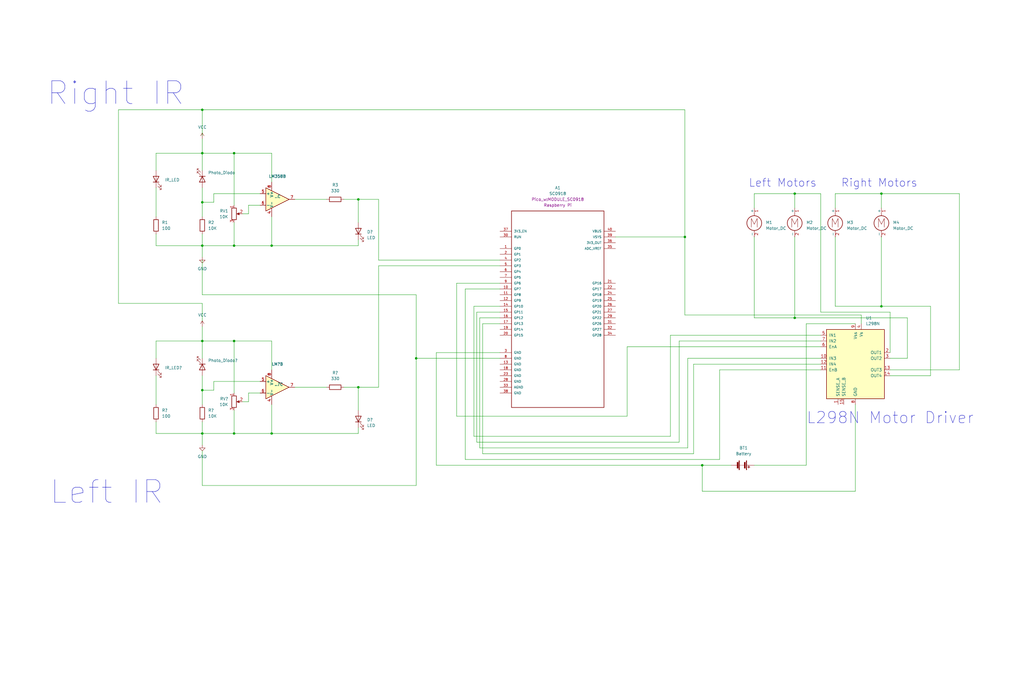
<source format=kicad_sch>
(kicad_sch (version 20211123) (generator eeschema)
  (paper "User" 450.012 297.002)
  (lib_symbols
    (symbol "Amplifier_Operational:LM358" (pin_names (offset 0.127))
      (property "Reference" "U" (at 0 5.08 0))
      (property "Value" "LM358" (at 0 -5.08 0))
      (symbol "LM358_1_1"
        (polyline (pts (xy -5.08 5.08) (xy 5.08 0) (xy -5.08 -5.08) (xy -5.08 5.08)) (stroke (width 0.254)) (fill (type background)))
        (pin output line (at 7.62 0 180) (length 2.54) (name "~") (number "1"))
        (pin input line (at -7.62 -2.54 0) (length 2.54) (name "-") (number "2"))
        (pin input line (at -7.62 2.54 0) (length 2.54) (name "+") (number "3"))
      )
      (symbol "LM358_2_1"
        (polyline (pts (xy -5.08 5.08) (xy 5.08 0) (xy -5.08 -5.08) (xy -5.08 5.08)) (stroke (width 0.254)) (fill (type background)))
        (pin input line (at -7.62 2.54 0) (length 2.54) (name "+") (number "5"))
        (pin input line (at -7.62 -2.54 0) (length 2.54) (name "-") (number "6"))
        (pin output line (at 7.62 0 180) (length 2.54) (name "~") (number "7"))
      )
      (symbol "LM358_3_1"
        (pin power_in line (at -2.54 -7.62 90) (length 3.81) (name "V-") (number "4"))
        (pin power_in line (at -2.54 7.62 270) (length 3.81) (name "V+") (number "8"))
      )
    )
    (symbol "Device:Battery" (pin_numbers hide) (pin_names (offset 0) hide)
      (property "Reference" "BT" (at 2.54 2.54 0))
      (property "Value" "Battery" (at 2.54 0 0))
      (symbol "Battery_0_1"
        (rectangle (start -2.032 -1.397) (end 2.032 -1.651) (fill (type outline)))
        (rectangle (start -2.032 1.778) (end 2.032 1.524) (fill (type outline)))
        (rectangle (start -1.3208 -1.9812) (end 1.27 -2.4892) (fill (type outline)))
        (rectangle (start -1.3208 1.1938) (end 1.27 0.6858) (fill (type outline)))
        (polyline (pts (xy 0 -1.524) (xy 0 -1.27)))
        (polyline (pts (xy 0 -1.016) (xy 0 -0.762)))
        (polyline (pts (xy 0 -0.508) (xy 0 -0.254)))
        (polyline (pts (xy 0 0) (xy 0 0.254)))
        (polyline (pts (xy 0 0.508) (xy 0 0.762)))
        (polyline (pts (xy 0 1.778) (xy 0 2.54)))
        (polyline (pts (xy 0.254 2.667) (xy 1.27 2.667)) (stroke (width 0.254)))
        (polyline (pts (xy 0.762 3.175) (xy 0.762 2.159)) (stroke (width 0.254)))
      )
      (symbol "Battery_1_1"
        (pin passive line (at 0 5.08 270) (length 2.54) (name "+") (number "1"))
        (pin passive line (at 0 -5.08 90) (length 2.54) (name "-") (number "2"))
      )
    )
    (symbol "Device:LED" (pin_numbers hide) (pin_names (offset 1.016) hide)
      (property "Reference" "D" (at 0 2.54 0))
      (property "Value" "LED" (at 0 -2.54 0))
      (symbol "LED_0_1"
        (polyline (pts (xy -1.27 -1.27) (xy -1.27 1.27)) (stroke (width 0.254)))
        (polyline (pts (xy -1.27 0) (xy 1.27 0)))
        (polyline (pts (xy 1.27 -1.27) (xy 1.27 1.27) (xy -1.27 0) (xy 1.27 -1.27)) (stroke (width 0.254)))
        (polyline (pts (xy -3.048 -0.762) (xy -4.572 -2.286) (xy -3.81 -2.286) (xy -4.572 -2.286) (xy -4.572 -1.524)))
        (polyline (pts (xy -1.778 -0.762) (xy -3.302 -2.286) (xy -2.54 -2.286) (xy -3.302 -2.286) (xy -3.302 -1.524)))
      )
      (symbol "LED_1_1"
        (pin passive line (at -3.81 0 0) (length 2.54) (name "K") (number "1"))
        (pin passive line (at 3.81 0 180) (length 2.54) (name "A") (number "2"))
      )
    )
    (symbol "Device:R" (pin_numbers hide) (pin_names (offset 0))
      (property "Reference" "R" (at 2.032 0 90))
      (property "Value" "R" (at 0 0 90))
      (symbol "R_0_1"
        (rectangle (start -1.016 -2.54) (end 1.016 2.54) (stroke (width 0.254)))
      )
      (symbol "R_1_1"
        (pin passive line (at 0 3.81 270) (length 1.27) (name "~") (number "1"))
        (pin passive line (at 0 -3.81 90) (length 1.27) (name "~") (number "2"))
      )
    )
    (symbol "Device:R_Potentiometer" (pin_names (offset 1.016) hide)
      (property "Reference" "RV" (at -4.445 0 90))
      (property "Value" "R_Potentiometer" (at -2.54 0 90))
      (symbol "R_Potentiometer_0_1"
        (polyline (pts (xy 2.54 0) (xy 1.524 0)))
        (polyline (pts (xy 1.143 0) (xy 2.286 0.508) (xy 2.286 -0.508) (xy 1.143 0)) (fill (type outline)))
        (rectangle (start 1.016 2.54) (end -1.016 -2.54) (stroke (width 0.254)))
      )
      (symbol "R_Potentiometer_1_1"
        (pin passive line (at 0 3.81 270) (length 1.27) (name "1") (number "1"))
        (pin passive line (at 3.81 0 180) (length 1.27) (name "2") (number "2"))
        (pin passive line (at 0 -3.81 90) (length 1.27) (name "3") (number "3"))
      )
    )
    (symbol "Driver_Motor:L298HN" (pin_names (offset 1.016))
      (property "Reference" "U" (at -10.16 16.51 0))
      (property "Value" "L298HN" (at 12.7 16.51 0))
      (symbol "L298HN_0_1"
        (rectangle (start -12.7 15.24) (end 12.7 -15.24) (stroke (width 0.254)) (fill (type background)))
      )
      (symbol "L298HN_1_1"
        (pin power_in line (at -7.62 -17.78 90) (length 2.54) (name "SENSE_A") (number "1"))
        (pin input line (at -15.24 2.54 0) (length 2.54) (name "IN3") (number "10"))
        (pin input line (at -15.24 -2.54 0) (length 2.54) (name "EnB") (number "11"))
        (pin input line (at -15.24 0 0) (length 2.54) (name "IN4") (number "12"))
        (pin output line (at 15.24 -2.54 180) (length 2.54) (name "OUT3") (number "13"))
        (pin output line (at 15.24 -5.08 180) (length 2.54) (name "OUT4") (number "14"))
        (pin power_in line (at -5.08 -17.78 90) (length 2.54) (name "SENSE_B") (number "15"))
        (pin output line (at 15.24 5.08 180) (length 2.54) (name "OUT1") (number "2"))
        (pin output line (at 15.24 2.54 180) (length 2.54) (name "OUT2") (number "3"))
        (pin power_in line (at 2.54 17.78 270) (length 2.54) (name "Vs") (number "4"))
        (pin input line (at -15.24 12.7 0) (length 2.54) (name "IN1") (number "5"))
        (pin input line (at -15.24 7.62 0) (length 2.54) (name "EnA") (number "6"))
        (pin input line (at -15.24 10.16 0) (length 2.54) (name "IN2") (number "7"))
        (pin power_in line (at 0 -17.78 90) (length 2.54) (name "GND") (number "8"))
        (pin power_in line (at 0 17.78 270) (length 2.54) (name "Vss") (number "9"))
      )
    )
    (symbol "Motor:Motor_DC" (pin_names (offset 0))
      (property "Reference" "M" (at 2.54 2.54 0))
      (property "Value" "Motor_DC" (at 2.54 -5.08 0))
      (symbol "Motor_DC_0_0"
        (polyline (pts (xy -1.27 -3.302) (xy -1.27 0.508) (xy 0 -2.032) (xy 1.27 0.508) (xy 1.27 -3.302)))
      )
      (symbol "Motor_DC_0_1"
        (circle (center 0 -1.524) (radius 3.2512) (stroke (width 0.254)))
        (polyline (pts (xy 0 -7.62) (xy 0 -7.112)))
        (polyline (pts (xy 0 -4.7752) (xy 0 -5.1816)))
        (polyline (pts (xy 0 1.7272) (xy 0 2.0828)))
        (polyline (pts (xy 0 2.032) (xy 0 2.54)))
      )
      (symbol "Motor_DC_1_1"
        (pin passive line (at 0 5.08 270) (length 2.54) (name "+") (number "1"))
        (pin passive line (at 0 -7.62 90) (length 2.54) (name "-") (number "2"))
      )
    )
    (symbol "Pico_w:SC0918" (pin_names (offset 1.016))
      (property "Reference" "A1" (at 0 58.42 0))
      (property "Value" "SC0918" (at 0 55.88 0))
      (property "Footprint" "Pico_w:MODULE_SC0918" (at -12.7 -46.99 0))
      (property "manufacturer" "Raspberry Pi" (at 0 53.34 0))
      (symbol "SC0918_0_0"
        (rectangle (start -20.32 -43.18) (end 20.32 43.18) (stroke (width 0.254)))
        (pin bidirectional line (at -25.4 26.67 0) (length 5.08) (name "GP0") (number "1"))
        (pin bidirectional line (at -25.4 8.89 0) (length 5.08) (name "GP7") (number "10"))
        (pin bidirectional line (at -25.4 6.35 0) (length 5.08) (name "GP8") (number "11"))
        (pin bidirectional line (at -25.4 3.81 0) (length 5.08) (name "GP9") (number "12"))
        (pin power_in line (at -25.4 -24.13 0) (length 5.08) (name "GND") (number "13"))
        (pin bidirectional line (at -25.4 1.27 0) (length 5.08) (name "GP10") (number "14"))
        (pin bidirectional line (at -25.4 -1.27 0) (length 5.08) (name "GP11") (number "15"))
        (pin bidirectional line (at -25.4 -3.81 0) (length 5.08) (name "GP12") (number "16"))
        (pin bidirectional line (at -25.4 -6.35 0) (length 5.08) (name "GP13") (number "17"))
        (pin power_in line (at -25.4 -26.67 0) (length 5.08) (name "GND") (number "18"))
        (pin bidirectional line (at -25.4 -8.89 0) (length 5.08) (name "GP14") (number "19"))
        (pin bidirectional line (at -25.4 24.13 0) (length 5.08) (name "GP1") (number "2"))
        (pin bidirectional line (at -25.4 -11.43 0) (length 5.08) (name "GP15") (number "20"))
        (pin bidirectional line (at 25.4 11.43 180) (length 5.08) (name "GP16") (number "21"))
        (pin bidirectional line (at 25.4 8.89 180) (length 5.08) (name "GP17") (number "22"))
        (pin power_in line (at -25.4 -29.21 0) (length 5.08) (name "GND") (number "23"))
        (pin bidirectional line (at 25.4 6.35 180) (length 5.08) (name "GP18") (number "24"))
        (pin bidirectional line (at 25.4 3.81 180) (length 5.08) (name "GP19") (number "25"))
        (pin bidirectional line (at 25.4 1.27 180) (length 5.08) (name "GP20") (number "26"))
        (pin bidirectional line (at 25.4 -1.27 180) (length 5.08) (name "GP21") (number "27"))
        (pin power_in line (at -25.4 -31.75 0) (length 5.08) (name "GND") (number "28"))
        (pin bidirectional line (at 25.4 -3.81 180) (length 5.08) (name "GP22") (number "29"))
        (pin power_in line (at -25.4 -19.05 0) (length 5.08) (name "GND") (number "3"))
        (pin input line (at -25.4 31.75 0) (length 5.08) (name "RUN") (number "30"))
        (pin bidirectional line (at 25.4 -6.35 180) (length 5.08) (name "GP26") (number "31"))
        (pin bidirectional line (at 25.4 -8.89 180) (length 5.08) (name "GP27") (number "32"))
        (pin power_in line (at -25.4 -34.29 0) (length 5.08) (name "AGND") (number "33"))
        (pin bidirectional line (at 25.4 -11.43 180) (length 5.08) (name "GP28") (number "34"))
        (pin power_in line (at 25.4 26.67 180) (length 5.08) (name "ADC_VREF") (number "35"))
        (pin power_in line (at 25.4 29.21 180) (length 5.08) (name "3V3_OUT") (number "36"))
        (pin input line (at -25.4 34.29 0) (length 5.08) (name "3V3_EN") (number "37"))
        (pin power_in line (at -25.4 -36.83 0) (length 5.08) (name "GND") (number "38"))
        (pin free line (at 25.4 31.75 180) (length 5.08) (name "VSYS") (number "39"))
        (pin bidirectional line (at -25.4 21.59 0) (length 5.08) (name "GP2") (number "4"))
        (pin free line (at 25.4 34.29 180) (length 5.08) (name "VBUS") (number "40"))
        (pin bidirectional line (at -25.4 19.05 0) (length 5.08) (name "GP3") (number "5"))
        (pin bidirectional line (at -25.4 16.51 0) (length 5.08) (name "GP4") (number "6"))
        (pin bidirectional line (at -25.4 13.97 0) (length 5.08) (name "GP5") (number "7"))
        (pin power_in line (at -25.4 -21.59 0) (length 5.08) (name "GND") (number "8"))
        (pin bidirectional line (at -25.4 11.43 0) (length 5.08) (name "GP6") (number "9"))
      )
    )
    (symbol "power:GND" (power) (pin_names (offset 0))
      (property "Value" "GND" (at 0 -3.81 0))
      (symbol "GND_0_1"
        (polyline (pts (xy 0 0) (xy 0 -1.27) (xy 1.27 -1.27) (xy 0 -2.54) (xy -1.27 -1.27) (xy 0 -1.27)))
      )
      (symbol "GND_1_1"
        (pin power_in line (at 0 0 270) (length 0) hide (name "GND") (number "1"))
      )
    )
    (symbol "power:VCC" (power) (pin_names (offset 0))
      (property "Value" "VCC" (at 0 3.81 0))
      (symbol "VCC_0_1"
        (polyline (pts (xy -0.762 1.27) (xy 0 2.54)))
        (polyline (pts (xy 0 0) (xy 0 2.54)))
        (polyline (pts (xy 0 2.54) (xy 0.762 1.27)))
      )
      (symbol "VCC_1_1"
        (pin power_in line (at 0 0 90) (length 0) hide (name "VCC") (number "1"))
      )
    )
  )
  (junction (at 88.9 190.5))
  (junction (at 102.87 190.5))
  (junction (at 102.87 107.95))
  (junction (at 157.48 87.63))
  (junction (at 88.9 107.95))
  (junction (at 88.9 88.9))
  (junction (at 157.48 170.18))
  (junction (at 300.99 104.14))
  (junction (at 349.25 139.7))
  (junction (at 308.61 204.47))
  (junction (at 102.87 149.86))
  (junction (at 102.87 67.31))
  (junction (at 387.35 134.62))
  (junction (at 387.35 85.09))
  (junction (at 119.38 190.5))
  (junction (at 119.38 107.95))
  (junction (at 349.25 85.09))
  (junction (at 182.88 157.48))
  (junction (at 88.9 149.86))
  (junction (at 88.9 171.45))
  (junction (at 88.9 67.31))
  (junction (at 88.9 48.26))
  (wire (pts (xy 302.26 196.85) (xy 210.82 196.85)))
  (wire (pts (xy 308.61 204.47) (xy 308.61 215.9)))
  (wire (pts (xy 166.37 170.18) (xy 166.37 116.84)))
  (wire (pts (xy 212.09 199.39) (xy 212.09 142.24)))
  (wire (pts (xy 106.68 176.53) (xy 109.22 176.53)))
  (wire (pts (xy 349.25 104.14) (xy 349.25 139.7)))
  (wire (pts (xy 68.58 157.48) (xy 68.58 149.86)))
  (wire (pts (xy 360.68 152.4) (xy 275.59 152.4)))
  (wire (pts (xy 88.9 149.86) (xy 88.9 157.48)))
  (wire (pts (xy 102.87 67.31) (xy 119.38 67.31)))
  (wire (pts (xy 88.9 59.69) (xy 88.9 48.26)))
  (wire (pts (xy 212.09 142.24) (xy 219.71 142.24)))
  (wire (pts (xy 68.58 185.42) (xy 68.58 190.5)))
  (wire (pts (xy 378.46 138.43) (xy 378.46 142.24)))
  (wire (pts (xy 421.64 85.09) (xy 421.64 162.56)))
  (wire (pts (xy 119.38 67.31) (xy 119.38 80.01)))
  (wire (pts (xy 88.9 190.5) (xy 88.9 195.58)))
  (wire (pts (xy 88.9 165.1) (xy 88.9 171.45)))
  (wire (pts (xy 316.23 162.56) (xy 316.23 201.93)))
  (wire (pts (xy 93.98 88.9) (xy 88.9 88.9)))
  (wire (pts (xy 316.23 201.93) (xy 204.47 201.93)))
  (wire (pts (xy 151.13 87.63) (xy 157.48 87.63)))
  (wire (pts (xy 408.94 134.62) (xy 408.94 165.1)))
  (wire (pts (xy 391.16 137.16) (xy 391.16 154.94)))
  (wire (pts (xy 109.22 176.53) (xy 109.22 172.72)))
  (wire (pts (xy 349.25 139.7) (xy 398.78 139.7)))
  (wire (pts (xy 157.48 190.5) (xy 119.38 190.5)))
  (wire (pts (xy 68.58 102.87) (xy 68.58 107.95)))
  (wire (pts (xy 166.37 116.84) (xy 219.71 116.84)))
  (wire (pts (xy 157.48 105.41) (xy 157.48 107.95)))
  (wire (pts (xy 349.25 85.09) (xy 360.68 85.09)))
  (wire (pts (xy 210.82 196.85) (xy 210.82 139.7)))
  (wire (pts (xy 68.58 67.31) (xy 88.9 67.31)))
  (wire (pts (xy 157.48 107.95) (xy 119.38 107.95)))
  (wire (pts (xy 182.88 157.48) (xy 219.71 157.48)))
  (wire (pts (xy 210.82 139.7) (xy 219.71 139.7)))
  (wire (pts (xy 387.35 134.62) (xy 408.94 134.62)))
  (wire (pts (xy 200.66 124.46) (xy 219.71 124.46)))
  (wire (pts (xy 298.45 149.86) (xy 298.45 194.31)))
  (wire (pts (xy 367.03 85.09) (xy 387.35 85.09)))
  (wire (pts (xy 298.45 194.31) (xy 209.55 194.31)))
  (wire (pts (xy 157.48 187.96) (xy 157.48 190.5)))
  (wire (pts (xy 204.47 201.93) (xy 204.47 127)))
  (wire (pts (xy 88.9 190.5) (xy 102.87 190.5)))
  (wire (pts (xy 102.87 149.86) (xy 119.38 149.86)))
  (wire (pts (xy 204.47 127) (xy 219.71 127)))
  (wire (pts (xy 129.54 170.18) (xy 143.51 170.18)))
  (wire (pts (xy 68.58 165.1) (xy 68.58 177.8)))
  (wire (pts (xy 360.68 149.86) (xy 298.45 149.86)))
  (wire (pts (xy 157.48 97.79) (xy 157.48 87.63)))
  (wire (pts (xy 209.55 194.31) (xy 209.55 137.16)))
  (wire (pts (xy 294.64 191.77) (xy 208.28 191.77)))
  (wire (pts (xy 219.71 154.94) (xy 191.77 154.94)))
  (wire (pts (xy 119.38 107.95) (xy 119.38 95.25)))
  (wire (pts (xy 68.58 74.93) (xy 68.58 67.31)))
  (wire (pts (xy 119.38 149.86) (xy 119.38 162.56)))
  (wire (pts (xy 367.03 91.44) (xy 367.03 85.09)))
  (wire (pts (xy 191.77 204.47) (xy 308.61 204.47)))
  (wire (pts (xy 102.87 107.95) (xy 119.38 107.95)))
  (wire (pts (xy 304.8 160.02) (xy 304.8 199.39)))
  (wire (pts (xy 331.47 91.44) (xy 331.47 85.09)))
  (wire (pts (xy 360.68 160.02) (xy 304.8 160.02)))
  (wire (pts (xy 88.9 213.36) (xy 182.88 213.36)))
  (wire (pts (xy 360.68 137.16) (xy 391.16 137.16)))
  (wire (pts (xy 88.9 129.54) (xy 182.88 129.54)))
  (wire (pts (xy 88.9 60.96) (xy 88.9 67.31)))
  (wire (pts (xy 88.9 88.9) (xy 88.9 95.25)))
  (wire (pts (xy 157.48 87.63) (xy 166.37 87.63)))
  (wire (pts (xy 421.64 162.56) (xy 391.16 162.56)))
  (wire (pts (xy 367.03 134.62) (xy 387.35 134.62)))
  (wire (pts (xy 93.98 171.45) (xy 88.9 171.45)))
  (wire (pts (xy 93.98 85.09) (xy 93.98 88.9)))
  (wire (pts (xy 398.78 139.7) (xy 398.78 157.48)))
  (wire (pts (xy 157.48 180.34) (xy 157.48 170.18)))
  (wire (pts (xy 88.9 48.26) (xy 300.99 48.26)))
  (wire (pts (xy 354.33 204.47) (xy 354.33 142.24)))
  (wire (pts (xy 102.87 67.31) (xy 102.87 90.17)))
  (wire (pts (xy 387.35 104.14) (xy 387.35 134.62)))
  (wire (pts (xy 88.9 107.95) (xy 88.9 113.03)))
  (wire (pts (xy 360.68 147.32) (xy 294.64 147.32)))
  (wire (pts (xy 367.03 104.14) (xy 367.03 134.62)))
  (wire (pts (xy 300.99 138.43) (xy 378.46 138.43)))
  (wire (pts (xy 331.47 204.47) (xy 354.33 204.47)))
  (wire (pts (xy 331.47 85.09) (xy 349.25 85.09)))
  (wire (pts (xy 68.58 107.95) (xy 88.9 107.95)))
  (wire (pts (xy 52.07 133.35) (xy 52.07 48.26)))
  (wire (pts (xy 88.9 198.12) (xy 88.9 213.36)))
  (wire (pts (xy 200.66 182.88) (xy 200.66 124.46)))
  (wire (pts (xy 68.58 82.55) (xy 68.58 95.25)))
  (wire (pts (xy 119.38 190.5) (xy 119.38 177.8)))
  (wire (pts (xy 349.25 85.09) (xy 349.25 91.44)))
  (wire (pts (xy 68.58 190.5) (xy 88.9 190.5)))
  (wire (pts (xy 398.78 157.48) (xy 391.16 157.48)))
  (wire (pts (xy 88.9 67.31) (xy 88.9 74.93)))
  (wire (pts (xy 102.87 180.34) (xy 102.87 190.5)))
  (wire (pts (xy 209.55 137.16) (xy 219.71 137.16)))
  (wire (pts (xy 88.9 185.42) (xy 88.9 190.5)))
  (wire (pts (xy 300.99 104.14) (xy 300.99 138.43)))
  (wire (pts (xy 360.68 85.09) (xy 360.68 137.16)))
  (wire (pts (xy 321.31 204.47) (xy 308.61 204.47)))
  (wire (pts (xy 114.3 85.09) (xy 93.98 85.09)))
  (wire (pts (xy 109.22 90.17) (xy 114.3 90.17)))
  (wire (pts (xy 88.9 82.55) (xy 88.9 88.9)))
  (wire (pts (xy 52.07 48.26) (xy 88.9 48.26)))
  (wire (pts (xy 88.9 133.35) (xy 52.07 133.35)))
  (wire (pts (xy 294.64 147.32) (xy 294.64 191.77)))
  (wire (pts (xy 375.92 215.9) (xy 375.92 177.8)))
  (wire (pts (xy 191.77 154.94) (xy 191.77 204.47)))
  (wire (pts (xy 360.68 162.56) (xy 316.23 162.56)))
  (wire (pts (xy 88.9 171.45) (xy 88.9 177.8)))
  (wire (pts (xy 208.28 191.77) (xy 208.28 134.62)))
  (wire (pts (xy 88.9 140.97) (xy 88.9 133.35)))
  (wire (pts (xy 304.8 199.39) (xy 212.09 199.39)))
  (wire (pts (xy 102.87 149.86) (xy 102.87 172.72)))
  (wire (pts (xy 387.35 85.09) (xy 421.64 85.09)))
  (wire (pts (xy 387.35 85.09) (xy 387.35 91.44)))
  (wire (pts (xy 88.9 67.31) (xy 102.87 67.31)))
  (wire (pts (xy 275.59 152.4) (xy 275.59 182.88)))
  (wire (pts (xy 270.51 104.14) (xy 300.99 104.14)))
  (wire (pts (xy 331.47 104.14) (xy 331.47 139.7)))
  (wire (pts (xy 275.59 182.88) (xy 200.66 182.88)))
  (wire (pts (xy 331.47 139.7) (xy 349.25 139.7)))
  (wire (pts (xy 360.68 157.48) (xy 302.26 157.48)))
  (wire (pts (xy 151.13 170.18) (xy 157.48 170.18)))
  (wire (pts (xy 300.99 48.26) (xy 300.99 104.14)))
  (wire (pts (xy 408.94 165.1) (xy 391.16 165.1)))
  (wire (pts (xy 182.88 129.54) (xy 182.88 157.48)))
  (wire (pts (xy 157.48 170.18) (xy 166.37 170.18)))
  (wire (pts (xy 109.22 172.72) (xy 114.3 172.72)))
  (wire (pts (xy 93.98 167.64) (xy 93.98 171.45)))
  (wire (pts (xy 88.9 114.3) (xy 88.9 129.54)))
  (wire (pts (xy 109.22 93.98) (xy 109.22 90.17)))
  (wire (pts (xy 102.87 190.5) (xy 119.38 190.5)))
  (wire (pts (xy 129.54 87.63) (xy 143.51 87.63)))
  (wire (pts (xy 88.9 149.86) (xy 102.87 149.86)))
  (wire (pts (xy 302.26 157.48) (xy 302.26 196.85)))
  (wire (pts (xy 68.58 149.86) (xy 88.9 149.86)))
  (wire (pts (xy 166.37 114.3) (xy 219.71 114.3)))
  (wire (pts (xy 182.88 213.36) (xy 182.88 157.48)))
  (wire (pts (xy 102.87 97.79) (xy 102.87 107.95)))
  (wire (pts (xy 114.3 167.64) (xy 93.98 167.64)))
  (wire (pts (xy 106.68 93.98) (xy 109.22 93.98)))
  (wire (pts (xy 166.37 87.63) (xy 166.37 114.3)))
  (wire (pts (xy 208.28 134.62) (xy 219.71 134.62)))
  (wire (pts (xy 88.9 107.95) (xy 102.87 107.95)))
  (wire (pts (xy 354.33 142.24) (xy 375.92 142.24)))
  (wire (pts (xy 88.9 102.87) (xy 88.9 107.95)))
  (wire (pts (xy 88.9 143.51) (xy 88.9 149.86)))
  (wire (pts (xy 308.61 215.9) (xy 375.92 215.9)))
  (text "Right IR" (at 20.32 46.99 0) (effects (font (size 10 10)) (justify left bottom)))
  (text "Right Motors" (at 369.57 82.55 0) (effects (font (size 3.5 3.5)) (justify left bottom)))
  (text "Left Motors" (at 328.93 82.55 0) (effects (font (size 3.5 3.5)) (justify left bottom)))
  (text "Left IR" (at 21.59 222.25 0) (effects (font (size 10 10)) (justify left bottom)))
  (text "L298N Motor Driver" (at 354.33 186.69 0) (effects (font (size 5 5)) (justify left bottom)))
  (symbol (lib_id "power:VCC") (at 88.9 60.96 0) (unit 1)
    (property "Reference" "#PWR?" (effects hide))
    (property "Value" "VCC" (at 88.9 55.88 0))
  )
  (symbol (lib_id "Device:LED") (at 88.9 78.74 270) (unit 1)
    (property "Reference" "Photo_Diodo" (at 91.44 75.8824 90) (effects (justify left)))
    (property "Value" " " (at 91.44 78.4224 90) (effects (justify left)))
  )
  (symbol (lib_id "Device:R") (at 68.58 181.61 0) (unit 1)
    (property "Reference" "R?" (at 71.12 180.3399 0) (effects (justify left)))
    (property "Value" "100" (at 71.12 182.8799 0) (effects (justify left)))
  )
  (symbol (lib_id "Motor:Motor_DC") (at 331.47 96.52 0) (unit 1)
    (property "Reference" "M1" (at 336.55 97.7899 0) (effects (justify left)))
    (property "Value" "Motor_DC" (at 336.55 100.3299 0) (effects (justify left)))
  )
  (symbol (lib_id "Device:LED") (at 68.58 78.74 90) (unit 1)
    (property "Reference" "IR_LED" (at 72.39 79.0574 90) (effects (justify right)))
    (property "Value" " " (at 72.39 81.5974 90) (effects (justify right)))
  )
  (symbol (lib_id "Device:R_Potentiometer") (at 102.87 176.53 0) (unit 1)
    (property "Reference" "RV?" (at 100.33 175.2599 0) (effects (justify right)))
    (property "Value" "10K" (at 100.33 177.7999 0) (effects (justify right)))
  )
  (symbol (lib_id "power:GND") (at 88.9 195.58 0) (unit 1)
    (property "Reference" "#PWR?" (effects hide))
    (property "Value" "GND" (at 88.9 200.66 0))
  )
  (symbol (lib_id "Pico_w:SC0918") (at 245.11 135.89 0) (unit 1)
    (property "Reference" "A1" (at 245.11 82.55 0))
    (property "Value" "SC0918" (at 245.11 85.09 0))
    (property "Footprint" "Pico_w:MODULE_SC0918" (at 245.11 87.63 0))
    (property "Datasheet" "https://datasheets.raspberrypi.com/picow/pico-w-datasheet.pdf" (effects hide))
    (property "manufacturer" "Raspberry Pi" (at 245.11 90.17 0))
    (property "P/N" "SC0918" (effects hide))
    (property "PARTREV" "1.6" (effects hide))
    (property "MAXIMUM_PACKAGE_HEIGHT" "3.73mm" (effects hide))
  )
  (symbol (lib_id "Motor:Motor_DC") (at 387.35 96.52 0) (unit 1)
    (property "Reference" "M4" (at 392.43 97.7899 0) (effects (justify left)))
    (property "Value" "Motor_DC" (at 392.43 100.3299 0) (effects (justify left)))
  )
  (symbol (lib_id "Amplifier_Operational:LM358") (at 121.92 87.63 0) (unit 2)
    (property "Reference" "LM358" (at 121.92 77.47 0))
    (property "Value" " " (at 121.92 80.01 0))
    (property "Datasheet" "http://www.ti.com/lit/ds/symlink/lm2904-n.pdf" (effects hide))
  )
  (symbol (lib_id "Device:R") (at 147.32 170.18 90) (unit 1)
    (property "Reference" "R?" (at 147.32 163.83 90))
    (property "Value" "330" (at 147.32 166.37 90))
  )
  (symbol (lib_id "Device:R") (at 88.9 181.61 0) (unit 1)
    (property "Reference" "R?" (at 91.44 180.3399 0) (effects (justify left)))
    (property "Value" "10K" (at 91.44 182.8799 0) (effects (justify left)))
  )
  (symbol (lib_id "Device:R") (at 88.9 99.06 0) (unit 1)
    (property "Reference" "R2" (at 91.44 97.7899 0) (effects (justify left)))
    (property "Value" "10K" (at 91.44 100.3299 0) (effects (justify left)))
  )
  (symbol (lib_id "Device:Battery") (at 326.39 204.47 270) (unit 1)
    (property "Reference" "BT1" (at 326.771 196.85 90))
    (property "Value" "Battery" (at 326.771 199.39 90))
  )
  (symbol (lib_id "Device:LED") (at 88.9 161.29 270) (unit 1)
    (property "Reference" "Photo_Diodo?" (at 91.44 158.4324 90) (effects (justify left)))
    (property "Value" " " (at 91.44 160.9724 90) (effects (justify left)))
  )
  (symbol (lib_id "Motor:Motor_DC") (at 367.03 96.52 0) (unit 1)
    (property "Reference" "M3" (at 372.11 97.7899 0) (effects (justify left)))
    (property "Value" "Motor_DC" (at 372.11 100.3299 0) (effects (justify left)))
  )
  (symbol (lib_id "power:VCC") (at 88.9 143.51 0) (unit 1)
    (property "Reference" "#PWR?" (effects hide))
    (property "Value" "VCC" (at 88.9 138.43 0))
  )
  (symbol (lib_id "Motor:Motor_DC") (at 349.25 96.52 0) (unit 1)
    (property "Reference" "M2" (at 354.33 97.7899 0) (effects (justify left)))
    (property "Value" "Motor_DC" (at 354.33 100.3299 0) (effects (justify left)))
  )
  (symbol (lib_id "Amplifier_Operational:LM358") (at 121.92 170.18 0) (unit 3)
    (property "Reference" "..?" (at 120.65 168.9099 0) (effects (justify left)))
    (property "Value" " " (at 120.65 171.4499 0) (effects (justify left)))
    (property "Datasheet" "http://www.ti.com/lit/ds/symlink/lm2904-n.pdf" (effects hide))
  )
  (symbol (lib_id "Device:LED") (at 157.48 184.15 90) (unit 1)
    (property "Reference" "D?" (at 161.29 184.4674 90) (effects (justify right)))
    (property "Value" "LED" (at 161.29 187.0074 90) (effects (justify right)))
  )
  (symbol (lib_id "Amplifier_Operational:LM358") (at 121.92 170.18 0) (unit 2)
    (property "Reference" "LM?" (at 121.92 160.02 0))
    (property "Value" " " (at 121.92 162.56 0))
    (property "Datasheet" "http://www.ti.com/lit/ds/symlink/lm2904-n.pdf" (effects hide))
  )
  (symbol (lib_id "Amplifier_Operational:LM358") (at 121.92 87.63 0) (unit 3)
    (property "Reference" ".." (at 120.65 86.3599 0) (effects (justify left)))
    (property "Value" " " (at 120.65 88.8999 0) (effects (justify left)))
    (property "Datasheet" "http://www.ti.com/lit/ds/symlink/lm2904-n.pdf" (effects hide))
  )
  (symbol (lib_id "Device:LED") (at 157.48 101.6 90) (unit 1)
    (property "Reference" "D?" (at 161.29 101.9174 90) (effects (justify right)))
    (property "Value" "LED" (at 161.29 104.4574 90) (effects (justify right)))
  )
  (symbol (lib_id "Driver_Motor:L298HN") (at 375.92 160.02 0) (unit 1)
    (property "Reference" "U1" (at 380.4794 139.7 0) (effects (justify left)))
    (property "Value" "L298N" (at 380.4794 142.24 0) (effects (justify left)))
    (property "Footprint" "Package_TO_SOT_THT:TO-220-15_P2.54x2.54mm_StaggerOdd_Lead4.58mm_Vertical" (effects hide))
    (property "Datasheet" "http://www.st.com/st-web-ui/static/active/en/resource/technical/document/datasheet/CD00000240.pdf" (effects hide))
  )
  (symbol (lib_id "Device:R_Potentiometer") (at 102.87 93.98 0) (unit 1)
    (property "Reference" "RV1" (at 100.33 92.7099 0) (effects (justify right)))
    (property "Value" "10K" (at 100.33 95.2499 0) (effects (justify right)))
  )
  (symbol (lib_id "Device:R") (at 147.32 87.63 90) (unit 1)
    (property "Reference" "R3" (at 147.32 81.28 90))
    (property "Value" "330" (at 147.32 83.82 90))
  )
  (symbol (lib_id "power:GND") (at 88.9 113.03 0) (unit 1)
    (property "Reference" "#PWR?" (effects hide))
    (property "Value" "GND" (at 88.9 118.11 0))
  )
  (symbol (lib_id "Device:LED") (at 68.58 161.29 90) (unit 1)
    (property "Reference" "IR_LED?" (at 72.39 161.6074 90) (effects (justify right)))
    (property "Value" " " (at 72.39 164.1474 90) (effects (justify right)))
  )
  (symbol (lib_id "Device:R") (at 68.58 99.06 0) (unit 1)
    (property "Reference" "R1" (at 71.12 97.7899 0) (effects (justify left)))
    (property "Value" "100" (at 71.12 100.3299 0) (effects (justify left)))
  )
)
</source>
